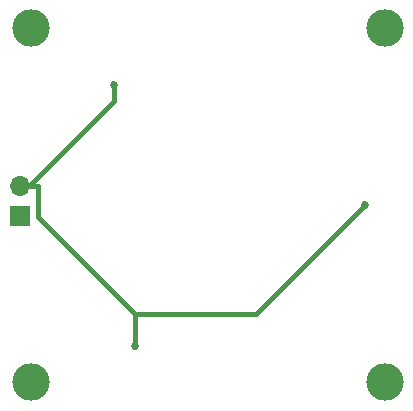
<source format=gbr>
G04 #@! TF.GenerationSoftware,KiCad,Pcbnew,5.1.9-73d0e3b20d~88~ubuntu20.10.1*
G04 #@! TF.CreationDate,2021-09-15T14:03:07-07:00*
G04 #@! TF.ProjectId,led_ring,6c65645f-7269-46e6-972e-6b696361645f,rev?*
G04 #@! TF.SameCoordinates,Original*
G04 #@! TF.FileFunction,Copper,L2,Bot*
G04 #@! TF.FilePolarity,Positive*
%FSLAX46Y46*%
G04 Gerber Fmt 4.6, Leading zero omitted, Abs format (unit mm)*
G04 Created by KiCad (PCBNEW 5.1.9-73d0e3b20d~88~ubuntu20.10.1) date 2021-09-15 14:03:07*
%MOMM*%
%LPD*%
G01*
G04 APERTURE LIST*
G04 #@! TA.AperFunction,ComponentPad*
%ADD10C,3.175000*%
G04 #@! TD*
G04 #@! TA.AperFunction,ComponentPad*
%ADD11R,1.700000X1.700000*%
G04 #@! TD*
G04 #@! TA.AperFunction,ComponentPad*
%ADD12O,1.700000X1.700000*%
G04 #@! TD*
G04 #@! TA.AperFunction,ViaPad*
%ADD13C,0.685800*%
G04 #@! TD*
G04 #@! TA.AperFunction,Conductor*
%ADD14C,0.381000*%
G04 #@! TD*
G04 APERTURE END LIST*
D10*
X35800000Y-65800000D03*
X65800000Y-65800000D03*
X65800000Y-35800000D03*
X35800000Y-35800000D03*
D11*
X34900000Y-51700000D03*
D12*
X34900000Y-49160000D03*
D13*
X42831100Y-40588000D03*
X44685600Y-62679000D03*
X64103000Y-50799500D03*
D14*
X35674400Y-49160000D02*
X42831100Y-42003300D01*
X42831100Y-42003300D02*
X42831100Y-40588000D01*
X35674400Y-49160000D02*
X36448800Y-49160000D01*
X34900000Y-49160000D02*
X35674400Y-49160000D01*
X44685600Y-60011700D02*
X44685600Y-62679000D01*
X64103000Y-50799500D02*
X54890800Y-60011700D01*
X54890800Y-60011700D02*
X44685600Y-60011700D01*
X36448800Y-49160000D02*
X36448800Y-51774900D01*
X36448800Y-51774900D02*
X44685600Y-60011700D01*
M02*

</source>
